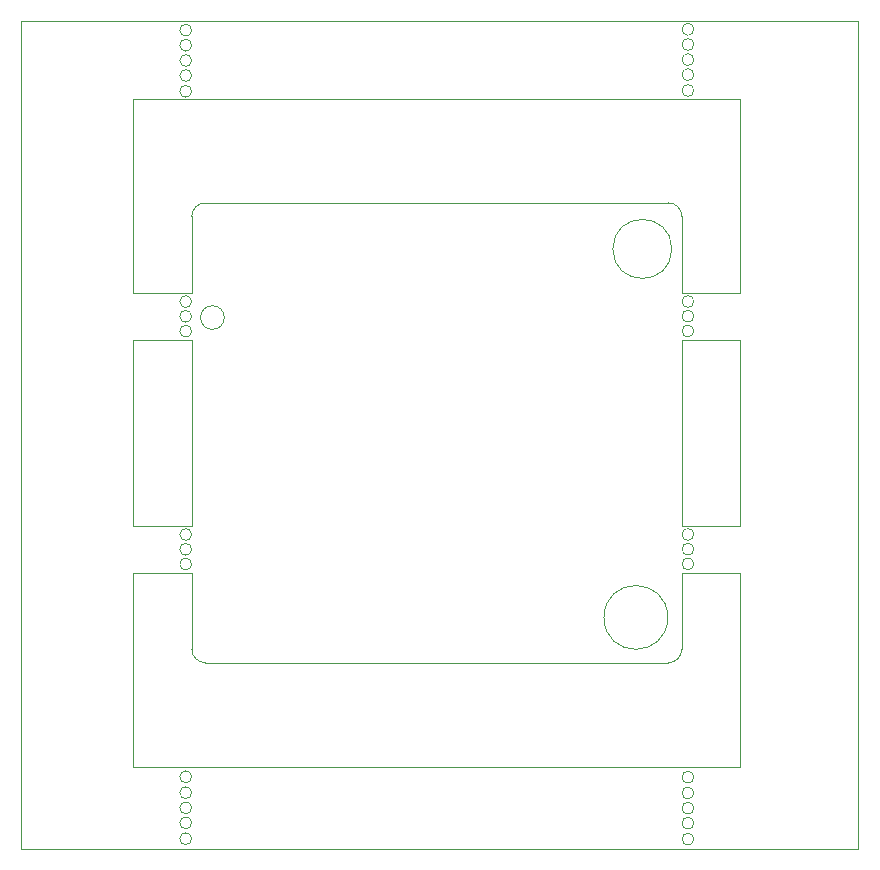
<source format=gbr>
%TF.GenerationSoftware,KiCad,Pcbnew,9.0.3*%
%TF.CreationDate,2025-09-17T23:32:25+02:00*%
%TF.ProjectId,Wear Camera,57656172-2043-4616-9d65-72612e6b6963,rev?*%
%TF.SameCoordinates,Original*%
%TF.FileFunction,Profile,NP*%
%FSLAX46Y46*%
G04 Gerber Fmt 4.6, Leading zero omitted, Abs format (unit mm)*
G04 Created by KiCad (PCBNEW 9.0.3) date 2025-09-17 23:32:25*
%MOMM*%
%LPD*%
G01*
G04 APERTURE LIST*
%TA.AperFunction,Profile*%
%ADD10C,0.050000*%
%TD*%
G04 APERTURE END LIST*
D10*
X76740000Y-78860000D02*
G75*
G02*
X75740000Y-78860000I-500000J0D01*
G01*
X75740000Y-78860000D02*
G75*
G02*
X76740000Y-78860000I500000J0D01*
G01*
X76740000Y-76300000D02*
G75*
G02*
X75740000Y-76300000I-500000J0D01*
G01*
X75740000Y-76300000D02*
G75*
G02*
X76740000Y-76300000I500000J0D01*
G01*
X76740000Y-77590000D02*
G75*
G02*
X75740000Y-77590000I-500000J0D01*
G01*
X75740000Y-77590000D02*
G75*
G02*
X76740000Y-77590000I500000J0D01*
G01*
X76740000Y-80200000D02*
G75*
G02*
X75740000Y-80200000I-500000J0D01*
G01*
X75740000Y-80200000D02*
G75*
G02*
X76740000Y-80200000I500000J0D01*
G01*
X76740000Y-75020000D02*
G75*
G02*
X75740000Y-75020000I-500000J0D01*
G01*
X75740000Y-75020000D02*
G75*
G02*
X76740000Y-75020000I500000J0D01*
G01*
X76740000Y-140870000D02*
G75*
G02*
X75740000Y-140870000I-500000J0D01*
G01*
X75740000Y-140870000D02*
G75*
G02*
X76740000Y-140870000I500000J0D01*
G01*
X76740000Y-143480000D02*
G75*
G02*
X75740000Y-143480000I-500000J0D01*
G01*
X75740000Y-143480000D02*
G75*
G02*
X76740000Y-143480000I500000J0D01*
G01*
X76740000Y-139580000D02*
G75*
G02*
X75740000Y-139580000I-500000J0D01*
G01*
X75740000Y-139580000D02*
G75*
G02*
X76740000Y-139580000I500000J0D01*
G01*
X76740000Y-138240000D02*
G75*
G02*
X75740000Y-138240000I-500000J0D01*
G01*
X75740000Y-138240000D02*
G75*
G02*
X76740000Y-138240000I500000J0D01*
G01*
X76740000Y-142140000D02*
G75*
G02*
X75740000Y-142140000I-500000J0D01*
G01*
X75740000Y-142140000D02*
G75*
G02*
X76740000Y-142140000I500000J0D01*
G01*
X71800000Y-137440000D02*
X123200000Y-137450000D01*
X119260000Y-142170000D02*
G75*
G02*
X118260000Y-142170000I-500000J0D01*
G01*
X118260000Y-142170000D02*
G75*
G02*
X119260000Y-142170000I500000J0D01*
G01*
X119260000Y-139610000D02*
G75*
G02*
X118260000Y-139610000I-500000J0D01*
G01*
X118260000Y-139610000D02*
G75*
G02*
X119260000Y-139610000I500000J0D01*
G01*
X119260000Y-140900000D02*
G75*
G02*
X118260000Y-140900000I-500000J0D01*
G01*
X118260000Y-140900000D02*
G75*
G02*
X119260000Y-140900000I500000J0D01*
G01*
X119260000Y-143510000D02*
G75*
G02*
X118260000Y-143510000I-500000J0D01*
G01*
X118260000Y-143510000D02*
G75*
G02*
X119260000Y-143510000I500000J0D01*
G01*
X119260000Y-138270000D02*
G75*
G02*
X118260000Y-138270000I-500000J0D01*
G01*
X118260000Y-138270000D02*
G75*
G02*
X119260000Y-138270000I500000J0D01*
G01*
X119260000Y-74950000D02*
G75*
G02*
X118260000Y-74950000I-500000J0D01*
G01*
X118260000Y-74950000D02*
G75*
G02*
X119260000Y-74950000I500000J0D01*
G01*
X119260000Y-76230000D02*
G75*
G02*
X118260000Y-76230000I-500000J0D01*
G01*
X118260000Y-76230000D02*
G75*
G02*
X119260000Y-76230000I500000J0D01*
G01*
X119260000Y-77520000D02*
G75*
G02*
X118260000Y-77520000I-500000J0D01*
G01*
X118260000Y-77520000D02*
G75*
G02*
X119260000Y-77520000I500000J0D01*
G01*
X119260000Y-78790000D02*
G75*
G02*
X118260000Y-78790000I-500000J0D01*
G01*
X118260000Y-78790000D02*
G75*
G02*
X119260000Y-78790000I500000J0D01*
G01*
X119260000Y-80130000D02*
G75*
G02*
X118260000Y-80130000I-500000J0D01*
G01*
X118260000Y-80130000D02*
G75*
G02*
X119260000Y-80130000I500000J0D01*
G01*
X123200000Y-80860000D02*
X123200000Y-97240000D01*
X71800000Y-80860000D02*
X123200000Y-80860000D01*
X71800000Y-97250000D02*
X71800000Y-80860000D01*
X123200000Y-120970000D02*
X123200000Y-137450000D01*
X71800000Y-120970000D02*
X71800000Y-137440000D01*
X62315000Y-74208800D02*
X133200000Y-74208800D01*
X133200000Y-144348800D01*
X62315000Y-144348800D01*
X62315000Y-74208800D01*
X76750000Y-90793800D02*
G75*
G02*
X77900000Y-89643800I1150000J0D01*
G01*
X76750000Y-101253800D02*
X76750000Y-116973800D01*
X76740000Y-98003800D02*
G75*
G02*
X75740000Y-98003800I-500000J0D01*
G01*
X75740000Y-98003800D02*
G75*
G02*
X76740000Y-98003800I500000J0D01*
G01*
X76740000Y-100503800D02*
G75*
G02*
X75740000Y-100503800I-500000J0D01*
G01*
X75740000Y-100503800D02*
G75*
G02*
X76740000Y-100503800I500000J0D01*
G01*
X76740000Y-99253800D02*
G75*
G02*
X75740000Y-99253800I-500000J0D01*
G01*
X75740000Y-99253800D02*
G75*
G02*
X76740000Y-99253800I500000J0D01*
G01*
X76740000Y-120223800D02*
G75*
G02*
X75740000Y-120223800I-500000J0D01*
G01*
X75740000Y-120223800D02*
G75*
G02*
X76740000Y-120223800I500000J0D01*
G01*
X76740000Y-118973800D02*
G75*
G02*
X75740000Y-118973800I-500000J0D01*
G01*
X75740000Y-118973800D02*
G75*
G02*
X76740000Y-118973800I500000J0D01*
G01*
X76750000Y-127423800D02*
X76750000Y-120970000D01*
X76750000Y-97250000D02*
X71800000Y-97250000D01*
X76750000Y-101253800D02*
X71800000Y-101253800D01*
X76750000Y-97250000D02*
X76750000Y-90793800D01*
X71800000Y-101253800D02*
X71800000Y-116973800D01*
X76740000Y-117723800D02*
G75*
G02*
X75740000Y-117723800I-500000J0D01*
G01*
X75740000Y-117723800D02*
G75*
G02*
X76740000Y-117723800I500000J0D01*
G01*
X76750000Y-116973800D02*
X71800000Y-116973800D01*
X76750000Y-120970000D02*
X71800000Y-120970000D01*
X119260000Y-117713800D02*
G75*
G02*
X118260000Y-117713800I-500000J0D01*
G01*
X118260000Y-117713800D02*
G75*
G02*
X119260000Y-117713800I500000J0D01*
G01*
X119260000Y-118963800D02*
G75*
G02*
X118260000Y-118963800I-500000J0D01*
G01*
X118260000Y-118963800D02*
G75*
G02*
X119260000Y-118963800I500000J0D01*
G01*
X119260000Y-120213800D02*
G75*
G02*
X118260000Y-120213800I-500000J0D01*
G01*
X118260000Y-120213800D02*
G75*
G02*
X119260000Y-120213800I500000J0D01*
G01*
X119260000Y-100493800D02*
G75*
G02*
X118260000Y-100493800I-500000J0D01*
G01*
X118260000Y-100493800D02*
G75*
G02*
X119260000Y-100493800I500000J0D01*
G01*
X119260000Y-99243800D02*
G75*
G02*
X118260000Y-99243800I-500000J0D01*
G01*
X118260000Y-99243800D02*
G75*
G02*
X119260000Y-99243800I500000J0D01*
G01*
X119260000Y-97993800D02*
G75*
G02*
X118260000Y-97993800I-500000J0D01*
G01*
X118260000Y-97993800D02*
G75*
G02*
X119260000Y-97993800I500000J0D01*
G01*
X123200000Y-116963800D02*
X123200000Y-101243800D01*
X118250000Y-116963800D02*
X123200000Y-116963800D01*
X118250000Y-120970000D02*
X123200000Y-120970000D01*
X118250000Y-120970000D02*
X118250000Y-127423800D01*
X118250000Y-90793800D02*
X118250000Y-97240000D01*
X118250000Y-101243800D02*
X123200000Y-101243800D01*
X118250000Y-97240000D02*
X123200000Y-97240000D01*
X77900000Y-128573800D02*
X117100000Y-128573800D01*
X117050000Y-124743800D02*
G75*
G02*
X111650000Y-124743800I-2700000J0D01*
G01*
X111650000Y-124743800D02*
G75*
G02*
X117050000Y-124743800I2700000J0D01*
G01*
X77900000Y-128573800D02*
G75*
G02*
X76750000Y-127423800I0J1150000D01*
G01*
X118250000Y-116963800D02*
X118250000Y-101243800D01*
X79500000Y-99353800D02*
G75*
G02*
X77500000Y-99353800I-1000000J0D01*
G01*
X77500000Y-99353800D02*
G75*
G02*
X79500000Y-99353800I1000000J0D01*
G01*
X117400000Y-93543800D02*
G75*
G02*
X112400000Y-93543800I-2500000J0D01*
G01*
X112400000Y-93543800D02*
G75*
G02*
X117400000Y-93543800I2500000J0D01*
G01*
X118250000Y-127423800D02*
G75*
G02*
X117100000Y-128573800I-1150000J0D01*
G01*
X77900000Y-89643800D02*
X117100000Y-89643800D01*
X117100000Y-89643800D02*
G75*
G02*
X118250000Y-90793800I0J-1150000D01*
G01*
M02*

</source>
